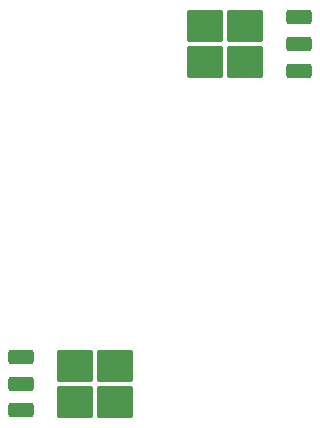
<source format=gbr>
%TF.GenerationSoftware,KiCad,Pcbnew,7.0.7*%
%TF.CreationDate,2023-11-02T08:16:25-05:00*%
%TF.ProjectId,PCI Blaster Mouse Bites,50434920-426c-4617-9374-6572204d6f75,rev?*%
%TF.SameCoordinates,Original*%
%TF.FileFunction,Paste,Top*%
%TF.FilePolarity,Positive*%
%FSLAX46Y46*%
G04 Gerber Fmt 4.6, Leading zero omitted, Abs format (unit mm)*
G04 Created by KiCad (PCBNEW 7.0.7) date 2023-11-02 08:16:25*
%MOMM*%
%LPD*%
G01*
G04 APERTURE LIST*
G04 Aperture macros list*
%AMRoundRect*
0 Rectangle with rounded corners*
0 $1 Rounding radius*
0 $2 $3 $4 $5 $6 $7 $8 $9 X,Y pos of 4 corners*
0 Add a 4 corners polygon primitive as box body*
4,1,4,$2,$3,$4,$5,$6,$7,$8,$9,$2,$3,0*
0 Add four circle primitives for the rounded corners*
1,1,$1+$1,$2,$3*
1,1,$1+$1,$4,$5*
1,1,$1+$1,$6,$7*
1,1,$1+$1,$8,$9*
0 Add four rect primitives between the rounded corners*
20,1,$1+$1,$2,$3,$4,$5,0*
20,1,$1+$1,$4,$5,$6,$7,0*
20,1,$1+$1,$6,$7,$8,$9,0*
20,1,$1+$1,$8,$9,$2,$3,0*%
G04 Aperture macros list end*
%ADD10RoundRect,0.250000X0.850000X0.350000X-0.850000X0.350000X-0.850000X-0.350000X0.850000X-0.350000X0*%
%ADD11RoundRect,0.250000X1.275000X1.125000X-1.275000X1.125000X-1.275000X-1.125000X1.275000X-1.125000X0*%
%ADD12RoundRect,0.250000X-0.850000X-0.350000X0.850000X-0.350000X0.850000X0.350000X-0.850000X0.350000X0*%
%ADD13RoundRect,0.250000X-1.275000X-1.125000X1.275000X-1.125000X1.275000X1.125000X-1.275000X1.125000X0*%
G04 APERTURE END LIST*
D10*
%TO.C,AMS1117CD-3.3*%
X165798000Y-74227000D03*
X165798000Y-71947000D03*
D11*
X161173000Y-73472000D03*
X161173000Y-70422000D03*
X157823000Y-73472000D03*
X157823000Y-70422000D03*
D10*
X165798000Y-69667000D03*
%TD*%
D12*
%TO.C,AMS1117CD-3.3*%
X142202000Y-98433000D03*
X142202000Y-100713000D03*
D13*
X146827000Y-99188000D03*
X146827000Y-102238000D03*
X150177000Y-99188000D03*
X150177000Y-102238000D03*
D12*
X142202000Y-102993000D03*
%TD*%
M02*

</source>
